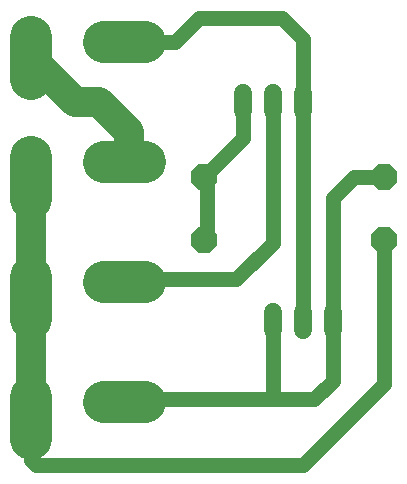
<source format=gbr>
G04 EAGLE Gerber RS-274X export*
G75*
%MOMM*%
%FSLAX34Y34*%
%LPD*%
%INBottom Copper*%
%IPPOS*%
%AMOC8*
5,1,8,0,0,1.08239X$1,22.5*%
G01*
%ADD10C,3.530600*%
%ADD11C,1.524000*%
%ADD12P,2.364373X8X22.500000*%
%ADD13C,1.270000*%
%ADD14C,2.540000*%


D10*
X313020Y222951D02*
X313020Y258257D01*
X374867Y253620D02*
X410173Y253620D01*
X313020Y324551D02*
X313020Y359857D01*
X374867Y355220D02*
X410173Y355220D01*
X313020Y426151D02*
X313020Y461457D01*
X374867Y456820D02*
X410173Y456820D01*
X313020Y527751D02*
X313020Y563057D01*
X374867Y558420D02*
X410173Y558420D01*
D11*
X568960Y330200D02*
X568960Y314960D01*
X543560Y314960D02*
X543560Y330200D01*
X518160Y330200D02*
X518160Y314960D01*
X492760Y500380D02*
X492760Y515620D01*
X518160Y515620D02*
X518160Y500380D01*
X543560Y500380D02*
X543560Y515620D01*
D12*
X459740Y391160D03*
X612140Y391160D03*
X459740Y444500D03*
X612140Y444500D03*
D13*
X462280Y388620D02*
X459740Y391160D01*
X462280Y441960D02*
X459740Y444500D01*
X462280Y441960D02*
X462280Y388620D01*
X459740Y444500D02*
X492760Y477520D01*
X492760Y508000D01*
X393700Y256540D02*
X393700Y252440D01*
X395060Y256160D02*
X518160Y256160D01*
X395060Y256160D02*
X392520Y253620D01*
X518160Y256160D02*
X553340Y256160D01*
X568960Y271780D02*
X568960Y322580D01*
X568960Y271780D02*
X553340Y256160D01*
X518160Y256160D02*
X518160Y322580D01*
X586740Y444500D02*
X612140Y444500D01*
X568960Y426720D02*
X568960Y322580D01*
X568960Y426720D02*
X586740Y444500D01*
X487300Y357760D02*
X395060Y357760D01*
X392520Y355220D01*
X487300Y357760D02*
X518160Y388620D01*
X518160Y508000D01*
D14*
X313020Y333340D02*
X313020Y240604D01*
X313020Y333340D02*
X317500Y337820D01*
X313116Y342204D01*
X313020Y342204D01*
X313020Y416560D02*
X313020Y443804D01*
X313020Y416560D02*
X313020Y342300D01*
X313116Y342204D01*
D13*
X313020Y416560D02*
X307940Y421640D01*
X313020Y240604D02*
X313020Y205140D01*
X317500Y200660D01*
X543560Y200660D01*
X612140Y269240D01*
X612140Y391160D01*
D14*
X350424Y508000D02*
X313020Y545404D01*
X350424Y508000D02*
X370840Y508000D01*
X396240Y482600D01*
X396240Y460540D02*
X392520Y456820D01*
X396240Y460540D02*
X396240Y482600D01*
D13*
X392520Y558420D02*
X378840Y558420D01*
X392520Y558420D02*
X435700Y558420D01*
X456020Y578740D01*
X526160Y578740D01*
X543560Y561340D02*
X543560Y508000D01*
X543560Y561340D02*
X526160Y578740D01*
X543560Y508000D02*
X543560Y322580D01*
M02*

</source>
